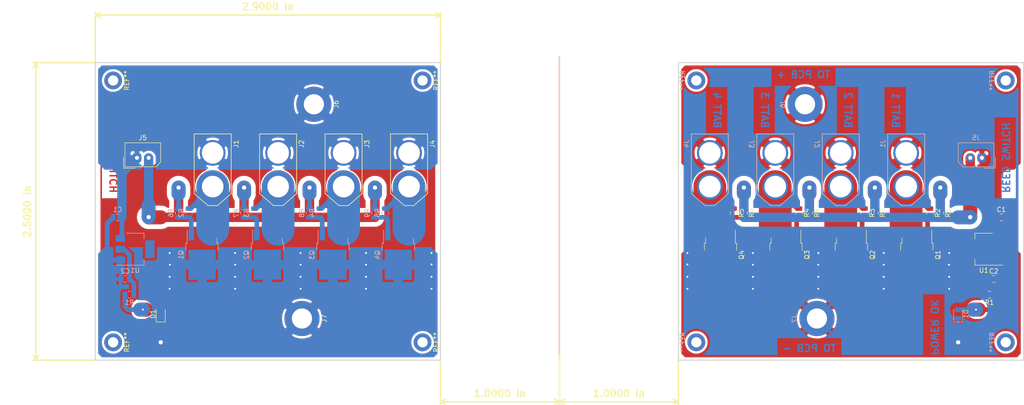
<source format=kicad_pcb>
(kicad_pcb (version 20171130) (host pcbnew "(5.0.2)-1")
  (layers (0 F.Cu signal) (31 B.Cu signal) (34 B.Paste user) (35 F.Paste user) (36 B.SilkS user) (37 F.SilkS user) (38 B.Mask user) (39 F.Mask user) (44 Edge.Cuts user))
  (net 0 "")
  (net 1 "Net-(C1-Pad2)")
  (net 2 "Net-(C1-Pad1)")
  (net 3 "Net-(C2-Pad1)")
  (net 4 "Net-(D1-Pad2)")
  (net 5 "Net-(J1-Pad2)")
  (net 6 "Net-(J2-Pad2)")
  (net 7 "Net-(J3-Pad2)")
  (net 8 "Net-(J4-Pad2)")
  (net 9 "Net-(J5-Pad2)")
  (net 10 "Net-(Q1-Pad1)")
  (net 11 "Net-(Q2-Pad1)")
  (net 12 "Net-(Q3-Pad1)")
  (net 13 "Net-(Q4-Pad1)")
  (module MountingHole:MountingHole_4.3mm_M4_DIN965_Pad (layer F.Cu) (at 97.44701 73.66 270)
    (fp_text reference J6 (at 0 -4.75 270) (layer F.SilkS))
    (fp_text value toPcb+)
    (pad 1 thru_hole circle (at 0 0 270) (size 7.5 7.5) (drill 4.3) (layers *.Cu *.Mask) (net 2 "Net-(C1-Pad1)"))
  )
  (module Resistor_SMD:R_0805_2012Metric (layer B.Cu) (at 84.74701 96.8525 270)
    (fp_text reference R3 (at 0 1.65 270) (layer B.SilkS) (effects (justify mirror)))
    (fp_text value 47k)
    (pad 1 smd roundrect (at -0.9375 0 270) (size 0.975 1.4) (layers B.Cu B.Paste B.Mask) (net 6 "Net-(J2-Pad2)"))
    (pad 2 smd roundrect (at 0.9375 0 270) (size 0.975 1.4) (layers B.Cu B.Paste B.Mask) (net 11 "Net-(Q2-Pad1)"))
  )
  (module Resistor_SMD:R_0805_2012Metric (layer B.Cu) (at 110.49 96.8525 270)
    (fp_text reference R9 (at 0 1.65 270) (layer B.SilkS) (effects (justify mirror)))
    (fp_text value 100)
    (pad 2 smd roundrect (at 0.9375 0 270) (size 0.975 1.4) (layers B.Cu B.Paste B.Mask) (net 13 "Net-(Q4-Pad1)"))
    (pad 1 smd roundrect (at -0.9375 0 270) (size 0.975 1.4) (layers B.Cu B.Paste B.Mask) (net 9 "Net-(J5-Pad2)"))
  )
  (module Resistor_SMD:R_0805_2012Metric (layer B.Cu) (at 112.68701 96.8525 270)
    (fp_text reference R5 (at 0 1.65 270) (layer B.SilkS) (effects (justify mirror)))
    (fp_text value 47k)
    (pad 1 smd roundrect (at -0.9375 0 270) (size 0.975 1.4) (layers B.Cu B.Paste B.Mask) (net 8 "Net-(J4-Pad2)"))
    (pad 2 smd roundrect (at 0.9375 0 270) (size 0.975 1.4) (layers B.Cu B.Paste B.Mask) (net 13 "Net-(Q4-Pad1)"))
  )
  (module Resistor_SMD:R_0805_2012Metric (layer B.Cu) (at 68.58 96.8525 270)
    (fp_text reference R6 (at 0 1.65 270) (layer B.SilkS) (effects (justify mirror)))
    (fp_text value 100)
    (pad 2 smd roundrect (at 0.9375 0 270) (size 0.975 1.4) (layers B.Cu B.Paste B.Mask) (net 10 "Net-(Q1-Pad1)"))
    (pad 1 smd roundrect (at -0.9375 0 270) (size 0.975 1.4) (layers B.Cu B.Paste B.Mask) (net 9 "Net-(J5-Pad2)"))
  )
  (module Resistor_SMD:R_0805_2012Metric (layer B.Cu) (at 98.71701 96.8525 270)
    (fp_text reference R4 (at 0 1.65 270) (layer B.SilkS) (effects (justify mirror)))
    (fp_text value 47k)
    (pad 1 smd roundrect (at -0.9375 0 270) (size 0.975 1.4) (layers B.Cu B.Paste B.Mask) (net 7 "Net-(J3-Pad2)"))
    (pad 2 smd roundrect (at 0.9375 0 270) (size 0.975 1.4) (layers B.Cu B.Paste B.Mask) (net 12 "Net-(Q3-Pad1)"))
  )
  (module Resistor_SMD:R_0805_2012Metric (layer B.Cu) (at 70.77701 96.8525 270)
    (fp_text reference R2 (at 0 1.65 270) (layer B.SilkS) (effects (justify mirror)))
    (fp_text value 47k)
    (pad 1 smd roundrect (at -0.9375 0 270) (size 0.975 1.4) (layers B.Cu B.Paste B.Mask) (net 5 "Net-(J1-Pad2)"))
    (pad 2 smd roundrect (at 0.9375 0 270) (size 0.975 1.4) (layers B.Cu B.Paste B.Mask) (net 10 "Net-(Q1-Pad1)"))
  )
  (module Resistor_SMD:R_0805_2012Metric (layer B.Cu) (at 58.0875 114.3)
    (fp_text reference R1 (at 0 1.65) (layer B.SilkS) (effects (justify mirror)))
    (fp_text value 400)
    (pad 2 smd roundrect (at 0.9375 0) (size 0.975 1.4) (layers B.Cu B.Paste B.Mask) (net 3 "Net-(C2-Pad1)"))
    (pad 1 smd roundrect (at -0.9375 0) (size 0.975 1.4) (layers B.Cu B.Paste B.Mask) (net 4 "Net-(D1-Pad2)"))
  )
  (module Resistor_SMD:R_0805_2012Metric (layer B.Cu) (at 82.55 96.8525 270)
    (fp_text reference R7 (at 0 1.65 270) (layer B.SilkS) (effects (justify mirror)))
    (fp_text value 100)
    (pad 2 smd roundrect (at 0.9375 0 270) (size 0.975 1.4) (layers B.Cu B.Paste B.Mask) (net 11 "Net-(Q2-Pad1)"))
    (pad 1 smd roundrect (at -0.9375 0 270) (size 0.975 1.4) (layers B.Cu B.Paste B.Mask) (net 9 "Net-(J5-Pad2)"))
  )
  (module Resistor_SMD:R_0805_2012Metric (layer B.Cu) (at 96.52 96.8525 270)
    (fp_text reference R8 (at 0 1.65 270) (layer B.SilkS) (effects (justify mirror)))
    (fp_text value 100)
    (pad 2 smd roundrect (at 0.9375 0 270) (size 0.975 1.4) (layers B.Cu B.Paste B.Mask) (net 12 "Net-(Q3-Pad1)"))
    (pad 1 smd roundrect (at -0.9375 0 270) (size 0.975 1.4) (layers B.Cu B.Paste B.Mask) (net 9 "Net-(J5-Pad2)"))
  )
  (module MountingHole:MountingHole_4.3mm_M4_DIN965_Pad (layer F.Cu) (at 94.90701 119.38 270)
    (fp_text reference J7 (at 0 -4.75 270) (layer F.SilkS))
    (fp_text value toPcb-)
    (pad 1 thru_hole circle (at 0 0 270) (size 7.5 7.5) (drill 4.3) (layers *.Cu *.Mask) (net 1 "Net-(C1-Pad2)"))
  )
  (module MountingHole:MountingHole_2.2mm_M2_DIN965_Pad (layer F.Cu) (at 120.65 68.58 270)
    (fp_text reference REF** (at 0 -2.9 270) (layer F.SilkS))
    (fp_text value mnt)
    (pad 1 thru_hole circle (at 0 0 270) (size 3.8 3.8) (drill 2.2) (layers *.Cu *.Mask))
  )
  (module Package_TO_SOT_SMD:SOT-223 (layer B.Cu) (at 59.291574 104.592456)
    (fp_text reference U1 (at 0 4.5) (layer B.SilkS) (effects (justify mirror)))
    (fp_text value LM1117-5.0)
    (pad 1 smd rect (at -3.15 2.3) (size 2 1.5) (layers B.Cu B.Paste B.Mask) (net 1 "Net-(C1-Pad2)"))
    (pad 3 smd rect (at -3.15 -2.3) (size 2 1.5) (layers B.Cu B.Paste B.Mask) (net 2 "Net-(C1-Pad1)"))
    (pad 2 smd rect (at -3.15 0) (size 2 1.5) (layers B.Cu B.Paste B.Mask) (net 3 "Net-(C2-Pad1)"))
    (pad 4 smd rect (at 3.15 0) (size 2 3.8) (layers B.Cu B.Paste B.Mask))
  )
  (module Package_TO_SOT_SMD:TO-252-2 (layer B.Cu) (at 115.48701 105.8 270)
    (fp_text reference Q4 (at 0 4.5 270) (layer B.SilkS) (effects (justify mirror)))
    (fp_text value batt4_sw)
    (pad 1 smd rect (at -4.2 2.28 270) (size 2.2 1.2) (layers B.Cu B.Paste B.Mask) (net 13 "Net-(Q4-Pad1)"))
    (pad 3 smd rect (at -4.2 -2.28 270) (size 2.2 1.2) (layers B.Cu B.Paste B.Mask) (net 8 "Net-(J4-Pad2)"))
    (pad 2 smd rect (at 2.1 0 270) (size 6.4 5.8) (layers B.Cu B.Mask) (net 1 "Net-(C1-Pad2)"))
  )
  (module MountingHole:MountingHole_2.2mm_M2_DIN965_Pad (layer F.Cu) (at 120.65 124.46 270)
    (fp_text reference REF** (at 0 -2.9 270) (layer F.SilkS))
    (fp_text value mnt)
    (pad 1 thru_hole circle (at 0 0 270) (size 3.8 3.8) (drill 2.2) (layers *.Cu *.Mask))
  )
  (module Package_TO_SOT_SMD:TO-252-2 (layer B.Cu) (at 87.54701 105.8 270)
    (fp_text reference Q2 (at 0 4.5 270) (layer B.SilkS) (effects (justify mirror)))
    (fp_text value batt2_sw)
    (pad 2 smd rect (at 2.1 0 270) (size 6.4 5.8) (layers B.Cu B.Mask) (net 1 "Net-(C1-Pad2)"))
    (pad 3 smd rect (at -4.2 -2.28 270) (size 2.2 1.2) (layers B.Cu B.Paste B.Mask) (net 6 "Net-(J2-Pad2)"))
    (pad 1 smd rect (at -4.2 2.28 270) (size 2.2 1.2) (layers B.Cu B.Paste B.Mask) (net 11 "Net-(Q2-Pad1)"))
  )
  (module power_connectors:XT60UPB-M (layer F.Cu) (at 89.82701 87.63 270)
    (fp_text reference J2 (at -5.5 -5 270) (layer F.SilkS))
    (fp_text value batt_2)
    (pad 2 thru_hole circle (at 3.6 0 270) (size 5.5 5.5) (drill 4.6) (layers *.Cu *.Mask) (net 6 "Net-(J2-Pad2)"))
    (pad 1 thru_hole circle (at -3.6 0 270) (size 5.5 5.5) (drill 4.6) (layers *.Cu *.Mask) (net 2 "Net-(C1-Pad1)"))
  )
  (module MountingHole:MountingHole_2.2mm_M2_DIN965_Pad (layer F.Cu) (at 54.61 124.46 270)
    (fp_text reference REF** (at 0 -2.9 270) (layer F.SilkS))
    (fp_text value mnt)
    (pad 1 thru_hole circle (at 0 0 270) (size 3.8 3.8) (drill 2.2) (layers *.Cu *.Mask))
  )
  (module MountingHole:MountingHole_2.2mm_M2_DIN965_Pad (layer F.Cu) (at 54.61 68.58 270)
    (fp_text reference REF** (at 0 -2.9 270) (layer F.SilkS))
    (fp_text value mnt)
    (pad 1 thru_hole circle (at 0 0 270) (size 3.8 3.8) (drill 2.2) (layers *.Cu *.Mask))
  )
  (module power_connectors:XT60UPB-M (layer F.Cu) (at 75.85701 87.63 270)
    (fp_text reference J1 (at -5.5 -5 270) (layer F.SilkS))
    (fp_text value batt_1)
    (pad 1 thru_hole circle (at -3.6 0 270) (size 5.5 5.5) (drill 4.6) (layers *.Cu *.Mask) (net 2 "Net-(C1-Pad1)"))
    (pad 2 thru_hole circle (at 3.6 0 270) (size 5.5 5.5) (drill 4.6) (layers *.Cu *.Mask) (net 5 "Net-(J1-Pad2)"))
  )
  (module power_connectors:XT60UPB-M (layer F.Cu) (at 103.79701 87.63 270)
    (fp_text reference J3 (at -5.5 -5 270) (layer F.SilkS))
    (fp_text value batt_3)
    (pad 2 thru_hole circle (at 3.6 0 270) (size 5.5 5.5) (drill 4.6) (layers *.Cu *.Mask) (net 7 "Net-(J3-Pad2)"))
    (pad 1 thru_hole circle (at -3.6 0 270) (size 5.5 5.5) (drill 4.6) (layers *.Cu *.Mask) (net 2 "Net-(C1-Pad1)"))
  )
  (module Connector_Molex:Molex_SPOX_5267-02A_1x02_P2.50mm_Vertical (layer F.Cu) (at 59.69 85.09)
    (fp_text reference J5 (at 1.25 -4.3) (layer F.SilkS))
    (fp_text value reed_switch)
    (pad 2 thru_hole oval (at 2.5 0) (size 1.7 1.85) (drill 0.85) (layers *.Cu *.Mask) (net 9 "Net-(J5-Pad2)"))
    (pad 1 thru_hole roundrect (at 0 0) (size 1.7 1.85) (drill 0.85) (layers *.Cu *.Mask) (roundrect_rratio 0.147059) (net 2 "Net-(C1-Pad1)"))
  )
  (module Package_TO_SOT_SMD:TO-252-2 (layer B.Cu) (at 101.51701 105.8 270)
    (fp_text reference Q3 (at 0 4.5 270) (layer B.SilkS) (effects (justify mirror)))
    (fp_text value batt3_sw)
    (pad 1 smd rect (at -4.2 2.28 270) (size 2.2 1.2) (layers B.Cu B.Paste B.Mask) (net 12 "Net-(Q3-Pad1)"))
    (pad 3 smd rect (at -4.2 -2.28 270) (size 2.2 1.2) (layers B.Cu B.Paste B.Mask) (net 7 "Net-(J3-Pad2)"))
    (pad 2 smd rect (at 2.1 0 270) (size 6.4 5.8) (layers B.Cu B.Mask) (net 1 "Net-(C1-Pad2)"))
  )
  (module Package_TO_SOT_SMD:TO-252-2 (layer B.Cu) (at 73.57701 105.8 270)
    (fp_text reference Q1 (at 0 4.5 270) (layer B.SilkS) (effects (justify mirror)))
    (fp_text value batt1_sw)
    (pad 2 smd rect (at 2.1 0 270) (size 6.4 5.8) (layers B.Cu B.Mask) (net 1 "Net-(C1-Pad2)"))
    (pad 3 smd rect (at -4.2 -2.28 270) (size 2.2 1.2) (layers B.Cu B.Paste B.Mask) (net 5 "Net-(J1-Pad2)"))
    (pad 1 smd rect (at -4.2 2.28 270) (size 2.2 1.2) (layers B.Cu B.Paste B.Mask) (net 10 "Net-(Q1-Pad1)"))
  )
  (module power_connectors:XT60UPB-M (layer F.Cu) (at 117.76701 87.63 270)
    (fp_text reference J4 (at -5.5 -5 270) (layer F.SilkS))
    (fp_text value batt_4)
    (pad 1 thru_hole circle (at -3.6 0 270) (size 5.5 5.5) (drill 4.6) (layers *.Cu *.Mask) (net 2 "Net-(C1-Pad1)"))
    (pad 2 thru_hole circle (at 3.6 0 270) (size 5.5 5.5) (drill 4.6) (layers *.Cu *.Mask) (net 8 "Net-(J4-Pad2)"))
  )
  (module LED_SMD:LED_0805_2012Metric (layer F.Cu) (at 64.77 118.4425 90)
    (fp_text reference D1 (at 0 -1.65 90) (layer F.SilkS))
    (fp_text value power_ok)
    (pad 2 smd roundrect (at 0.9375 0 90) (size 0.975 1.4) (layers F.Cu F.Paste F.Mask) (net 4 "Net-(D1-Pad2)"))
    (pad 1 smd roundrect (at -0.9375 0 90) (size 0.975 1.4) (layers F.Cu F.Paste F.Mask) (net 1 "Net-(C1-Pad2)"))
  )
  (module Capacitor_SMD:C_0805_2012Metric (layer B.Cu) (at 57.16049 110.942456 180)
    (fp_text reference C2 (at 0 1.65 180) (layer B.SilkS) (effects (justify mirror)))
    (fp_text value C)
    (pad 2 smd roundrect (at 0.9375 0 180) (size 0.975 1.4) (layers B.Cu B.Paste B.Mask) (net 1 "Net-(C1-Pad2)"))
    (pad 1 smd roundrect (at -0.9375 0 180) (size 0.975 1.4) (layers B.Cu B.Paste B.Mask) (net 3 "Net-(C2-Pad1)"))
  )
  (module Capacitor_SMD:C_0805_2012Metric (layer B.Cu) (at 55.5475 97.79 180)
    (fp_text reference C1 (at 0 1.65 180) (layer B.SilkS) (effects (justify mirror)))
    (fp_text value C)
    (pad 1 smd roundrect (at -0.9375 0 180) (size 0.975 1.4) (layers B.Cu B.Paste B.Mask) (net 2 "Net-(C1-Pad1)"))
    (pad 2 smd roundrect (at 0.9375 0 180) (size 0.975 1.4) (layers B.Cu B.Paste B.Mask) (net 1 "Net-(C1-Pad2)"))
  )
  (module MountingHole:MountingHole_2.2mm_M2_DIN965_Pad (layer B.Cu) (at 245.11 68.58 270)
    (fp_text reference REF** (at 0 2.9 270) (layer B.SilkS) (effects (justify mirror)))
    (fp_text value mnt)
    (pad 1 thru_hole circle (at 0 0 270) (size 3.8 3.8) (drill 2.2) (layers *.Cu *.Mask))
  )
  (module MountingHole:MountingHole_2.2mm_M2_DIN965_Pad (layer B.Cu) (at 245.11 124.46 270)
    (fp_text reference REF** (at 0 2.9 270) (layer B.SilkS) (effects (justify mirror)))
    (fp_text value mnt)
    (pad 1 thru_hole circle (at 0 0 270) (size 3.8 3.8) (drill 2.2) (layers *.Cu *.Mask))
  )
  (module MountingHole:MountingHole_2.2mm_M2_DIN965_Pad (layer B.Cu) (at 179.07 124.46 270)
    (fp_text reference REF** (at 0 2.9 270) (layer B.SilkS) (effects (justify mirror)))
    (fp_text value mnt)
    (pad 1 thru_hole circle (at 0 0 270) (size 3.8 3.8) (drill 2.2) (layers *.Cu *.Mask))
  )
  (module Capacitor_SMD:C_0805_2012Metric (layer F.Cu) (at 244.1725 97.79)
    (fp_text reference C1 (at 0 -1.65) (layer F.SilkS))
    (fp_text value C)
    (pad 2 smd roundrect (at 0.9375 0) (size 0.975 1.4) (layers F.Cu F.Paste F.Mask) (net 1 "Net-(C1-Pad2)"))
    (pad 1 smd roundrect (at -0.9375 0) (size 0.975 1.4) (layers F.Cu F.Paste F.Mask) (net 2 "Net-(C1-Pad1)"))
  )
  (module Capacitor_SMD:C_0805_2012Metric (layer F.Cu) (at 242.55951 110.942456)
    (fp_text reference C2 (at 0 -1.65) (layer F.SilkS))
    (fp_text value C)
    (pad 1 smd roundrect (at -0.9375 0) (size 0.975 1.4) (layers F.Cu F.Paste F.Mask) (net 3 "Net-(C2-Pad1)"))
    (pad 2 smd roundrect (at 0.9375 0) (size 0.975 1.4) (layers F.Cu F.Paste F.Mask) (net 1 "Net-(C1-Pad2)"))
  )
  (module LED_SMD:LED_0805_2012Metric (layer B.Cu) (at 234.95 118.4425 90)
    (fp_text reference D1 (at 0 1.65 90) (layer B.SilkS) (effects (justify mirror)))
    (fp_text value power_ok)
    (pad 1 smd roundrect (at -0.9375 0 90) (size 0.975 1.4) (layers B.Cu B.Paste B.Mask) (net 1 "Net-(C1-Pad2)"))
    (pad 2 smd roundrect (at 0.9375 0 90) (size 0.975 1.4) (layers B.Cu B.Paste B.Mask) (net 4 "Net-(D1-Pad2)"))
  )
  (module power_connectors:XT60UPB-M (layer B.Cu) (at 223.86299 87.63 270)
    (fp_text reference J1 (at -5.5 5 270) (layer B.SilkS) (effects (justify mirror)))
    (fp_text value batt_1)
    (pad 2 thru_hole circle (at 3.6 0 270) (size 5.5 5.5) (drill 4.6) (layers *.Cu *.Mask) (net 5 "Net-(J1-Pad2)"))
    (pad 1 thru_hole circle (at -3.6 0 270) (size 5.5 5.5) (drill 4.6) (layers *.Cu *.Mask) (net 2 "Net-(C1-Pad1)"))
  )
  (module power_connectors:XT60UPB-M (layer B.Cu) (at 209.89299 87.63 270)
    (fp_text reference J2 (at -5.5 5 270) (layer B.SilkS) (effects (justify mirror)))
    (fp_text value batt_2)
    (pad 1 thru_hole circle (at -3.6 0 270) (size 5.5 5.5) (drill 4.6) (layers *.Cu *.Mask) (net 2 "Net-(C1-Pad1)"))
    (pad 2 thru_hole circle (at 3.6 0 270) (size 5.5 5.5) (drill 4.6) (layers *.Cu *.Mask) (net 6 "Net-(J2-Pad2)"))
  )
  (module power_connectors:XT60UPB-M (layer B.Cu) (at 195.92299 87.63 270)
    (fp_text reference J3 (at -5.5 5 270) (layer B.SilkS) (effects (justify mirror)))
    (fp_text value batt_3)
    (pad 1 thru_hole circle (at -3.6 0 270) (size 5.5 5.5) (drill 4.6) (layers *.Cu *.Mask) (net 2 "Net-(C1-Pad1)"))
    (pad 2 thru_hole circle (at 3.6 0 270) (size 5.5 5.5) (drill 4.6) (layers *.Cu *.Mask) (net 7 "Net-(J3-Pad2)"))
  )
  (module power_connectors:XT60UPB-M (layer B.Cu) (at 181.95299 87.63 270)
    (fp_text reference J4 (at -5.5 5 270) (layer B.SilkS) (effects (justify mirror)))
    (fp_text value batt_4)
    (pad 2 thru_hole circle (at 3.6 0 270) (size 5.5 5.5) (drill 4.6) (layers *.Cu *.Mask) (net 8 "Net-(J4-Pad2)"))
    (pad 1 thru_hole circle (at -3.6 0 270) (size 5.5 5.5) (drill 4.6) (layers *.Cu *.Mask) (net 2 "Net-(C1-Pad1)"))
  )
  (module Connector_Molex:Molex_SPOX_5267-02A_1x02_P2.50mm_Vertical (layer B.Cu) (at 240.03 85.09 180)
    (fp_text reference J5 (at 1.25 4.3 180) (layer B.SilkS) (effects (justify mirror)))
    (fp_text value reed_switch)
    (pad 1 thru_hole roundrect (at 0 0 180) (size 1.7 1.85) (drill 0.85) (layers *.Cu *.Mask) (roundrect_rratio 0.147059) (net 2 "Net-(C1-Pad1)"))
    (pad 2 thru_hole oval (at 2.5 0 180) (size 1.7 1.85) (drill 0.85) (layers *.Cu *.Mask) (net 9 "Net-(J5-Pad2)"))
  )
  (module Package_TO_SOT_SMD:TO-252-2 (layer F.Cu) (at 226.14299 105.8 270)
    (fp_text reference Q1 (at 0 -4.5 270) (layer F.SilkS))
    (fp_text value batt1_sw)
    (pad 1 smd rect (at -4.2 -2.28 270) (size 2.2 1.2) (layers F.Cu F.Paste F.Mask) (net 10 "Net-(Q1-Pad1)"))
    (pad 3 smd rect (at -4.2 2.28 270) (size 2.2 1.2) (layers F.Cu F.Paste F.Mask) (net 5 "Net-(J1-Pad2)"))
    (pad 2 smd rect (at 2.1 0 270) (size 6.4 5.8) (layers F.Cu F.Mask) (net 1 "Net-(C1-Pad2)"))
  )
  (module Package_TO_SOT_SMD:TO-252-2 (layer F.Cu) (at 212.17299 105.8 270)
    (fp_text reference Q2 (at 0 -4.5 270) (layer F.SilkS))
    (fp_text value batt2_sw)
    (pad 1 smd rect (at -4.2 -2.28 270) (size 2.2 1.2) (layers F.Cu F.Paste F.Mask) (net 11 "Net-(Q2-Pad1)"))
    (pad 3 smd rect (at -4.2 2.28 270) (size 2.2 1.2) (layers F.Cu F.Paste F.Mask) (net 6 "Net-(J2-Pad2)"))
    (pad 2 smd rect (at 2.1 0 270) (size 6.4 5.8) (layers F.Cu F.Mask) (net 1 "Net-(C1-Pad2)"))
  )
  (module Package_TO_SOT_SMD:TO-252-2 (layer F.Cu) (at 198.20299 105.8 270)
    (fp_text reference Q3 (at 0 -4.5 270) (layer F.SilkS))
    (fp_text value batt3_sw)
    (pad 2 smd rect (at 2.1 0 270) (size 6.4 5.8) (layers F.Cu F.Mask) (net 1 "Net-(C1-Pad2)"))
    (pad 3 smd rect (at -4.2 2.28 270) (size 2.2 1.2) (layers F.Cu F.Paste F.Mask) (net 7 "Net-(J3-Pad2)"))
    (pad 1 smd rect (at -4.2 -2.28 270) (size 2.2 1.2) (layers F.Cu F.Paste F.Mask) (net 12 "Net-(Q3-Pad1)"))
  )
  (module Package_TO_SOT_SMD:TO-252-2 (layer F.Cu) (at 184.23299 105.8 270)
    (fp_text reference Q4 (at 0 -4.5 270) (layer F.SilkS))
    (fp_text value batt4_sw)
    (pad 2 smd rect (at 2.1 0 270) (size 6.4 5.8) (layers F.Cu F.Mask) (net 1 "Net-(C1-Pad2)"))
    (pad 3 smd rect (at -4.2 2.28 270) (size 2.2 1.2) (layers F.Cu F.Paste F.Mask) (net 8 "Net-(J4-Pad2)"))
    (pad 1 smd rect (at -4.2 -2.28 270) (size 2.2 1.2) (layers F.Cu F.Paste F.Mask) (net 13 "Net-(Q4-Pad1)"))
  )
  (module Resistor_SMD:R_0805_2012Metric (layer F.Cu) (at 241.6325 114.3 180)
    (fp_text reference R1 (at 0 -1.65 180) (layer F.SilkS))
    (fp_text value 400)
    (pad 1 smd roundrect (at -0.9375 0 180) (size 0.975 1.4) (layers F.Cu F.Paste F.Mask) (net 4 "Net-(D1-Pad2)"))
    (pad 2 smd roundrect (at 0.9375 0 180) (size 0.975 1.4) (layers F.Cu F.Paste F.Mask) (net 3 "Net-(C2-Pad1)"))
  )
  (module Resistor_SMD:R_0805_2012Metric (layer F.Cu) (at 228.94299 96.8525 270)
    (fp_text reference R2 (at 0 -1.65 270) (layer F.SilkS))
    (fp_text value 47k)
    (pad 2 smd roundrect (at 0.9375 0 270) (size 0.975 1.4) (layers F.Cu F.Paste F.Mask) (net 10 "Net-(Q1-Pad1)"))
    (pad 1 smd roundrect (at -0.9375 0 270) (size 0.975 1.4) (layers F.Cu F.Paste F.Mask) (net 5 "Net-(J1-Pad2)"))
  )
  (module Resistor_SMD:R_0805_2012Metric (layer F.Cu) (at 214.97299 96.8525 270)
    (fp_text reference R3 (at 0 -1.65 270) (layer F.SilkS))
    (fp_text value 47k)
    (pad 2 smd roundrect (at 0.9375 0 270) (size 0.975 1.4) (layers F.Cu F.Paste F.Mask) (net 11 "Net-(Q2-Pad1)"))
    (pad 1 smd roundrect (at -0.9375 0 270) (size 0.975 1.4) (layers F.Cu F.Paste F.Mask) (net 6 "Net-(J2-Pad2)"))
  )
  (module Resistor_SMD:R_0805_2012Metric (layer F.Cu) (at 201.00299 96.8525 270)
    (fp_text reference R4 (at 0 -1.65 270) (layer F.SilkS))
    (fp_text value 47k)
    (pad 2 smd roundrect (at 0.9375 0 270) (size 0.975 1.4) (layers F.Cu F.Paste F.Mask) (net 12 "Net-(Q3-Pad1)"))
    (pad 1 smd roundrect (at -0.9375 0 270) (size 0.975 1.4) (layers F.Cu F.Paste F.Mask) (net 7 "Net-(J3-Pad2)"))
  )
  (module Resistor_SMD:R_0805_2012Metric (layer F.Cu) (at 187.03299 96.8525 270)
    (fp_text reference R5 (at 0 -1.65 270) (layer F.SilkS))
    (fp_text value 47k)
    (pad 2 smd roundrect (at 0.9375 0 270) (size 0.975 1.4) (layers F.Cu F.Paste F.Mask) (net 13 "Net-(Q4-Pad1)"))
    (pad 1 smd roundrect (at -0.9375 0 270) (size 0.975 1.4) (layers F.Cu F.Paste F.Mask) (net 8 "Net-(J4-Pad2)"))
  )
  (module Resistor_SMD:R_0805_2012Metric (layer F.Cu) (at 231.14 96.8525 270)
    (fp_text reference R6 (at 0 -1.65 270) (layer F.SilkS))
    (fp_text value 100)
    (pad 1 smd roundrect (at -0.9375 0 270) (size 0.975 1.4) (layers F.Cu F.Paste F.Mask) (net 9 "Net-(J5-Pad2)"))
    (pad 2 smd roundrect (at 0.9375 0 270) (size 0.975 1.4) (layers F.Cu F.Paste F.Mask) (net 10 "Net-(Q1-Pad1)"))
  )
  (module Resistor_SMD:R_0805_2012Metric (layer F.Cu) (at 217.17 96.8525 270)
    (fp_text reference R7 (at 0 -1.65 270) (layer F.SilkS))
    (fp_text value 100)
    (pad 1 smd roundrect (at -0.9375 0 270) (size 0.975 1.4) (layers F.Cu F.Paste F.Mask) (net 9 "Net-(J5-Pad2)"))
    (pad 2 smd roundrect (at 0.9375 0 270) (size 0.975 1.4) (layers F.Cu F.Paste F.Mask) (net 11 "Net-(Q2-Pad1)"))
  )
  (module Resistor_SMD:R_0805_2012Metric (layer F.Cu) (at 203.2 96.8525 270)
    (fp_text reference R8 (at 0 -1.65 270) (layer F.SilkS))
    (fp_text value 100)
    (pad 1 smd roundrect (at -0.9375 0 270) (size 0.975 1.4) (layers F.Cu F.Paste F.Mask) (net 9 "Net-(J5-Pad2)"))
    (pad 2 smd roundrect (at 0.9375 0 270) (size 0.975 1.4) (layers F.Cu F.Paste F.Mask) (net 12 "Net-(Q3-Pad1)"))
  )
  (module Resistor_SMD:R_0805_2012Metric (layer F.Cu) (at 189.23 96.8525 270)
    (fp_text reference R9 (at 0 -1.65 270) (layer F.SilkS))
    (fp_text value 100)
    (pad 1 smd roundrect (at -0.9375 0 270) (size 0.975 1.4) (layers F.Cu F.Paste F.Mask) (net 9 "Net-(J5-Pad2)"))
    (pad 2 smd roundrect (at 0.9375 0 270) (size 0.975 1.4) (layers F.Cu F.Paste F.Mask) (net 13 "Net-(Q4-Pad1)"))
  )
  (module MountingHole:MountingHole_4.3mm_M4_DIN965_Pad (layer B.Cu) (at 202.27299 73.66 270)
    (fp_text reference J6 (at 0 4.75 270) (layer B.SilkS) (effects (justify mirror)))
    (fp_text value toPcb+)
    (pad 1 thru_hole circle (at 0 0 270) (size 7.5 7.5) (drill 4.3) (layers *.Cu *.Mask) (net 2 "Net-(C1-Pad1)"))
  )
  (module MountingHole:MountingHole_4.3mm_M4_DIN965_Pad (layer B.Cu) (at 204.81299 119.38 270)
    (fp_text reference J7 (at 0 4.75 270) (layer B.SilkS) (effects (justify mirror)))
    (fp_text value toPcb-)
    (pad 1 thru_hole circle (at 0 0 270) (size 7.5 7.5) (drill 4.3) (layers *.Cu *.Mask) (net 1 "Net-(C1-Pad2)"))
  )
  (module Package_TO_SOT_SMD:SOT-223 (layer F.Cu) (at 240.428426 104.592456 180)
    (fp_text reference U1 (at 0 -4.5 180) (layer F.SilkS))
    (fp_text value LM1117-5.0)
    (pad 4 smd rect (at 3.15 0 180) (size 2 3.8) (layers F.Cu F.Paste F.Mask))
    (pad 2 smd rect (at -3.15 0 180) (size 2 1.5) (layers F.Cu F.Paste F.Mask) (net 3 "Net-(C2-Pad1)"))
    (pad 3 smd rect (at -3.15 2.3 180) (size 2 1.5) (layers F.Cu F.Paste F.Mask) (net 2 "Net-(C1-Pad1)"))
    (pad 1 smd rect (at -3.15 -2.3 180) (size 2 1.5) (layers F.Cu F.Paste F.Mask) (net 1 "Net-(C1-Pad2)"))
  )
  (module MountingHole:MountingHole_2.2mm_M2_DIN965_Pad (layer B.Cu) (at 179.07 68.58 270)
    (fp_text reference REF** (at 0 2.9 270) (layer B.SilkS) (effects (justify mirror)))
    (fp_text value mnt)
    (pad 1 thru_hole circle (at 0 0 270) (size 3.8 3.8) (drill 2.2) (layers *.Cu *.Mask))
  )
  (gr_line (start 149.86 63.5) (end 149.86 127) (layer F.SilkS) (width 0.2))
  (dimension 25.4 (width 0.3) (layer F.SilkS) (gr_text "25,400 mm" (at 162.56 139.26) (layer F.SilkS) (effects (font (size 1.5 1.5) (thickness 0.3)))) (feature1 (pts (xy 175.26 127) (xy 175.26 137.746421))) (feature2 (pts (xy 149.86 127) (xy 149.86 137.746421))) (crossbar (pts (xy 149.86 137.16) (xy 175.26 137.16))) (arrow1a (pts (xy 175.26 137.16) (xy 174.133496 137.746421))) (arrow1b (pts (xy 175.26 137.16) (xy 174.133496 136.573579))) (arrow2a (pts (xy 149.86 137.16) (xy 150.986504 137.746421))) (arrow2b (pts (xy 149.86 137.16) (xy 150.986504 136.573579))))
  (dimension 25.4 (width 0.3) (layer F.SilkS) (gr_text "25,400 mm" (at 137.16 139.26) (layer F.SilkS) (effects (font (size 1.5 1.5) (thickness 0.3)))) (feature1 (pts (xy 149.86 128.27) (xy 149.86 137.746421))) (feature2 (pts (xy 124.46 128.27) (xy 124.46 137.746421))) (crossbar (pts (xy 124.46 137.16) (xy 149.86 137.16))) (arrow1a (pts (xy 149.86 137.16) (xy 148.733496 137.746421))) (arrow1b (pts (xy 149.86 137.16) (xy 148.733496 136.573579))) (arrow2a (pts (xy 124.46 137.16) (xy 125.586504 137.746421))) (arrow2b (pts (xy 124.46 137.16) (xy 125.586504 136.573579))))
  (dimension 63.5 (width 0.3) (layer F.SilkS) (gr_text "63,500 mm" (at 36 96.52 270) (layer F.SilkS) (effects (font (size 1.5 1.5) (thickness 0.3)))) (feature1 (pts (xy 50.8 128.27) (xy 37.513579 128.27))) (feature2 (pts (xy 50.8 64.77) (xy 37.513579 64.77))) (crossbar (pts (xy 38.1 64.77) (xy 38.1 128.27))) (arrow1a (pts (xy 38.1 128.27) (xy 37.513579 127.143496))) (arrow1b (pts (xy 38.1 128.27) (xy 38.686421 127.143496))) (arrow2a (pts (xy 38.1 64.77) (xy 37.513579 65.896504))) (arrow2b (pts (xy 38.1 64.77) (xy 38.686421 65.896504))))
  (dimension 73.66 (width 0.3) (layer F.SilkS) (gr_text "73,660 mm" (at 87.63 52.51) (layer F.SilkS) (effects (font (size 1.5 1.5) (thickness 0.3)))) (feature1 (pts (xy 50.8 64.77) (xy 50.8 54.023579))) (feature2 (pts (xy 124.46 64.77) (xy 124.46 54.023579))) (crossbar (pts (xy 124.46 54.61) (xy 50.8 54.61))) (arrow1a (pts (xy 50.8 54.61) (xy 51.926504 54.023579))) (arrow1b (pts (xy 50.8 54.61) (xy 51.926504 55.196421))) (arrow2a (pts (xy 124.46 54.61) (xy 123.333496 54.023579))) (arrow2b (pts (xy 124.46 54.61) (xy 123.333496 55.196421))))
  (gr_line (start 50.8 128.27) (end 50.8 64.77) (layer Edge.Cuts) (width 0.2))
  (gr_line (start 124.46 128.27) (end 50.8 128.27) (layer Edge.Cuts) (width 0.2))
  (gr_line (start 50.8 64.77) (end 124.46 64.77) (layer Edge.Cuts) (width 0.2))
  (gr_text "TO PCB +" (at 97.79 67.31) (layer F.Cu) (effects (font (size 1.5 1.5) (thickness 0.3))))
  (gr_text "BATT 3" (at 106.045 74.93 270) (layer F.Cu) (effects (font (size 1.5 1.5) (thickness 0.3))))
  (gr_text "POWER OK" (at 69.85 121.285 270) (layer F.Cu) (effects (font (size 1.5 1.5) (thickness 0.3))))
  (gr_text "BATT 4" (at 116.205 74.93 270) (layer F.Cu) (effects (font (size 1.5 1.5) (thickness 0.3))))
  (gr_text "BATT 2" (at 88.265 74.93 270) (layer F.Cu) (effects (font (size 1.5 1.5) (thickness 0.3))))
  (gr_text "TO PCB -" (at 96.52 125.73) (layer F.Cu) (effects (font (size 1.5 1.5) (thickness 0.3))))
  (gr_text "REED SWITCH" (at 54.61 85.09 270) (layer F.Cu) (effects (font (size 1.5 1.5) (thickness 0.3))))
  (gr_text "BATT 1" (at 78.105 74.93 270) (layer F.Cu) (effects (font (size 1.5 1.5) (thickness 0.3))))
  (gr_line (start 124.46 64.77) (end 124.46 128.27) (layer Edge.Cuts) (width 0.2))
  (gr_text "TO PCB +" (at 201.93 67.31) (layer B.Cu) (effects (font (size 1.5 1.5) (thickness 0.3)) (justify mirror)))
  (gr_text "TO PCB -" (at 203.2 125.73) (layer B.Cu) (effects (font (size 1.5 1.5) (thickness 0.3)) (justify mirror)))
  (gr_text "BATT 1" (at 221.615 74.93 270) (layer B.Cu) (effects (font (size 1.5 1.5) (thickness 0.3)) (justify mirror)))
  (gr_text "BATT 2" (at 211.455 74.93 270) (layer B.Cu) (effects (font (size 1.5 1.5) (thickness 0.3)) (justify mirror)))
  (gr_text "BATT 3" (at 193.675 74.93 270) (layer B.Cu) (effects (font (size 1.5 1.5) (thickness 0.3)) (justify mirror)))
  (gr_text "BATT 4" (at 183.515 74.93 270) (layer B.Cu) (effects (font (size 1.5 1.5) (thickness 0.3)) (justify mirror)))
  (gr_text "REED SWITCH" (at 245.11 85.09 270) (layer B.Cu) (effects (font (size 1.5 1.5) (thickness 0.3)) (justify mirror)))
  (gr_text "POWER OK" (at 229.87 121.285 270) (layer B.Cu) (effects (font (size 1.5 1.5) (thickness 0.3)) (justify mirror)))
  (gr_line (start 175.26 64.77) (end 175.26 128.27) (layer Edge.Cuts) (width 0.2))
  (gr_line (start 248.92 64.77) (end 175.26 64.77) (layer Edge.Cuts) (width 0.2))
  (gr_line (start 248.92 128.27) (end 248.92 64.77) (layer Edge.Cuts) (width 0.2))
  (gr_line (start 175.26 128.27) (end 248.92 128.27) (layer Edge.Cuts) (width 0.2))
  (segment (start 149.86 63.5) (end 149.86 129.54) (width 0.25) (layer F.Cu) (net 0))
  (segment (start 243.573426 106.897456) (end 243.578426 106.892456) (width 1) (layer F.Cu) (net 1))
  (segment (start 245.11 97.79) (end 246.38 99.06) (width 1) (layer F.Cu) (net 1))
  (via (at 234.95 124.46) (size 1) (drill 0.9) (layers F.Cu B.Cu) (net 1))
  (segment (start 246.38 99.06) (end 246.38 106.045) (width 1) (layer F.Cu) (net 1))
  (segment (start 219.075 105.41) (end 219.075 107.9) (width 1) (layer F.Cu) (net 1))
  (segment (start 205.105 107.9) (end 205.105 105.41) (width 1) (layer F.Cu) (net 1))
  (segment (start 205.105 107.9) (end 219.075 107.9) (width 1) (layer F.Cu) (net 1))
  (segment (start 191.135 107.9) (end 191.135 105.41) (width 1) (layer F.Cu) (net 1))
  (segment (start 191.135 107.9) (end 205.105 107.9) (width 1) (layer F.Cu) (net 1))
  (segment (start 189.23 107.9) (end 177.85 107.9) (width 1) (layer F.Cu) (net 1))
  (segment (start 184.23299 107.9) (end 189.23 107.9) (width 1) (layer F.Cu) (net 1))
  (segment (start 189.23 107.9) (end 191.135 107.9) (width 1) (layer F.Cu) (net 1))
  (segment (start 177.85 107.9) (end 177.215 107.9) (width 1) (layer F.Cu) (net 1))
  (segment (start 177.215 107.9) (end 177.165 107.85) (width 1) (layer F.Cu) (net 1))
  (segment (start 177.165 107.85) (end 177.165 105.41) (width 1) (layer F.Cu) (net 1))
  (segment (start 233.045 107.315) (end 233.045 105.41) (width 1) (layer F.Cu) (net 1))
  (segment (start 233.045 107.85) (end 233.045 107.315) (width 1) (layer F.Cu) (net 1))
  (segment (start 219.075 107.9) (end 232.995 107.9) (width 1) (layer F.Cu) (net 1))
  (segment (start 232.995 107.9) (end 233.045 107.85) (width 1) (layer F.Cu) (net 1))
  (via (at 233.045 105.41) (size 0.8) (drill 0.4) (layers F.Cu B.Cu) (net 1))
  (via (at 232.995 107.9) (size 0.8) (drill 0.4) (layers F.Cu B.Cu) (net 1))
  (segment (start 233.045 107.95) (end 232.995 107.9) (width 1) (layer F.Cu) (net 1))
  (segment (start 233.045 105.41) (end 233.045 107.95) (width 1) (layer F.Cu) (net 1))
  (via (at 233.045 110.49) (size 0.8) (drill 0.4) (layers F.Cu B.Cu) (net 1))
  (segment (start 233.045 107.95) (end 233.045 110.49) (width 1) (layer F.Cu) (net 1))
  (segment (start 233.045 110.49) (end 233.045 113.03) (width 1) (layer F.Cu) (net 1))
  (via (at 233.045 113.03) (size 0.8) (drill 0.4) (layers F.Cu B.Cu) (net 1))
  (via (at 219.075 113.03) (size 0.8) (drill 0.4) (layers F.Cu B.Cu) (net 1))
  (via (at 219.075 110.49) (size 0.8) (drill 0.4) (layers F.Cu B.Cu) (net 1))
  (segment (start 219.075 107.9) (end 219.075 110.49) (width 1) (layer F.Cu) (net 1))
  (segment (start 219.075 110.49) (end 219.075 113.03) (width 1) (layer F.Cu) (net 1))
  (via (at 219.075 107.9) (size 0.8) (drill 0.4) (layers F.Cu B.Cu) (net 1))
  (via (at 219.075 105.41) (size 0.8) (drill 0.4) (layers F.Cu B.Cu) (net 1))
  (via (at 205.105 105.41) (size 0.8) (drill 0.4) (layers F.Cu B.Cu) (net 1))
  (via (at 205.105 107.9) (size 0.8) (drill 0.4) (layers F.Cu B.Cu) (net 1))
  (via (at 205.105 110.49) (size 0.8) (drill 0.4) (layers F.Cu B.Cu) (net 1))
  (segment (start 205.105 105.41) (end 205.105 110.49) (width 1) (layer F.Cu) (net 1))
  (segment (start 205.105 110.49) (end 205.105 113.03) (width 1) (layer F.Cu) (net 1))
  (via (at 205.105 113.03) (size 0.8) (drill 0.4) (layers F.Cu B.Cu) (net 1))
  (via (at 191.135 113.03) (size 0.8) (drill 0.4) (layers F.Cu B.Cu) (net 1))
  (via (at 191.135 110.49) (size 0.8) (drill 0.4) (layers F.Cu B.Cu) (net 1))
  (segment (start 191.135 105.41) (end 191.135 110.49) (width 1) (layer F.Cu) (net 1))
  (segment (start 191.135 110.49) (end 191.135 113.03) (width 1) (layer F.Cu) (net 1))
  (via (at 191.135 107.9) (size 0.8) (drill 0.4) (layers F.Cu B.Cu) (net 1))
  (via (at 191.135 105.41) (size 0.8) (drill 0.4) (layers F.Cu B.Cu) (net 1))
  (via (at 177.165 105.41) (size 0.8) (drill 0.4) (layers F.Cu B.Cu) (net 1))
  (via (at 177.165 107.85) (size 0.8) (drill 0.4) (layers F.Cu B.Cu) (net 1))
  (segment (start 177.165 107.95) (end 177.165 107.85) (width 1) (layer F.Cu) (net 1))
  (segment (start 177.165 105.41) (end 177.165 107.95) (width 1) (layer F.Cu) (net 1))
  (via (at 177.165 110.49) (size 0.8) (drill 0.4) (layers F.Cu B.Cu) (net 1))
  (segment (start 177.165 107.95) (end 177.165 110.49) (width 1) (layer F.Cu) (net 1))
  (segment (start 177.165 110.49) (end 177.165 113.03) (width 1) (layer F.Cu) (net 1))
  (via (at 177.165 113.03) (size 0.8) (drill 0.4) (layers F.Cu B.Cu) (net 1))
  (via (at 108.585 105.41) (size 0.8) (drill 0.4) (layers F.Cu B.Cu) (net 1))
  (via (at 122.555 105.41) (size 0.8) (drill 0.4) (layers F.Cu B.Cu) (net 1))
  (via (at 108.585 110.49) (size 0.8) (drill 0.4) (layers F.Cu B.Cu) (net 1))
  (via (at 66.725 107.9) (size 0.8) (drill 0.4) (layers F.Cu B.Cu) (net 1))
  (via (at 66.675 113.03) (size 0.8) (drill 0.4) (layers F.Cu B.Cu) (net 1))
  (via (at 66.675 105.41) (size 0.8) (drill 0.4) (layers F.Cu B.Cu) (net 1))
  (via (at 94.615 105.41) (size 0.8) (drill 0.4) (layers F.Cu B.Cu) (net 1))
  (via (at 94.615 107.9) (size 0.8) (drill 0.4) (layers F.Cu B.Cu) (net 1))
  (via (at 94.615 113.03) (size 0.8) (drill 0.4) (layers F.Cu B.Cu) (net 1))
  (via (at 80.645 110.49) (size 0.8) (drill 0.4) (layers F.Cu B.Cu) (net 1))
  (via (at 122.555 113.03) (size 0.8) (drill 0.4) (layers F.Cu B.Cu) (net 1))
  (via (at 122.555 110.49) (size 0.8) (drill 0.4) (layers F.Cu B.Cu) (net 1))
  (via (at 80.645 113.03) (size 0.8) (drill 0.4) (layers F.Cu B.Cu) (net 1))
  (via (at 66.675 110.49) (size 0.8) (drill 0.4) (layers F.Cu B.Cu) (net 1))
  (via (at 108.585 107.9) (size 0.8) (drill 0.4) (layers F.Cu B.Cu) (net 1))
  (via (at 64.77 124.46) (size 1) (drill 0.9) (layers F.Cu B.Cu) (net 1))
  (via (at 94.615 110.49) (size 0.8) (drill 0.4) (layers F.Cu B.Cu) (net 1))
  (via (at 122.555 107.85) (size 0.8) (drill 0.4) (layers F.Cu B.Cu) (net 1))
  (via (at 80.645 107.9) (size 0.8) (drill 0.4) (layers F.Cu B.Cu) (net 1))
  (via (at 80.645 105.41) (size 0.8) (drill 0.4) (layers F.Cu B.Cu) (net 1))
  (via (at 108.585 113.03) (size 0.8) (drill 0.4) (layers F.Cu B.Cu) (net 1))
  (segment (start 66.675 107.315) (end 66.675 105.41) (width 1) (layer B.Cu) (net 1))
  (segment (start 121.87 107.9) (end 122.505 107.9) (width 1) (layer B.Cu) (net 1))
  (segment (start 80.645 107.9) (end 66.725 107.9) (width 1) (layer B.Cu) (net 1))
  (segment (start 66.675 107.95) (end 66.725 107.9) (width 1) (layer B.Cu) (net 1))
  (segment (start 122.555 107.95) (end 122.555 110.49) (width 1) (layer B.Cu) (net 1))
  (segment (start 115.48701 107.9) (end 110.49 107.9) (width 1) (layer B.Cu) (net 1))
  (segment (start 122.555 110.49) (end 122.555 113.03) (width 1) (layer B.Cu) (net 1))
  (segment (start 108.585 105.41) (end 108.585 110.49) (width 1) (layer B.Cu) (net 1))
  (segment (start 122.505 107.9) (end 122.555 107.85) (width 1) (layer B.Cu) (net 1))
  (segment (start 122.555 107.85) (end 122.555 105.41) (width 1) (layer B.Cu) (net 1))
  (segment (start 66.675 107.85) (end 66.675 107.315) (width 1) (layer B.Cu) (net 1))
  (segment (start 66.675 110.49) (end 66.675 113.03) (width 1) (layer B.Cu) (net 1))
  (segment (start 80.645 105.41) (end 80.645 107.9) (width 1) (layer B.Cu) (net 1))
  (segment (start 110.49 107.9) (end 121.87 107.9) (width 1) (layer B.Cu) (net 1))
  (segment (start 94.615 105.41) (end 94.615 110.49) (width 1) (layer B.Cu) (net 1))
  (segment (start 94.615 107.9) (end 94.615 105.41) (width 1) (layer B.Cu) (net 1))
  (segment (start 94.615 107.9) (end 80.645 107.9) (width 1) (layer B.Cu) (net 1))
  (segment (start 108.585 110.49) (end 108.585 113.03) (width 1) (layer B.Cu) (net 1))
  (segment (start 110.49 107.9) (end 108.585 107.9) (width 1) (layer B.Cu) (net 1))
  (segment (start 122.555 107.95) (end 122.555 107.85) (width 1) (layer B.Cu) (net 1))
  (segment (start 56.146574 106.897456) (end 56.141574 106.892456) (width 1) (layer B.Cu) (net 1))
  (segment (start 54.61 97.79) (end 53.34 99.06) (width 1) (layer B.Cu) (net 1))
  (segment (start 108.585 107.9) (end 94.615 107.9) (width 1) (layer B.Cu) (net 1))
  (segment (start 66.675 107.95) (end 66.675 110.49) (width 1) (layer B.Cu) (net 1))
  (segment (start 80.645 107.9) (end 80.645 110.49) (width 1) (layer B.Cu) (net 1))
  (segment (start 80.645 110.49) (end 80.645 113.03) (width 1) (layer B.Cu) (net 1))
  (segment (start 94.615 110.49) (end 94.615 113.03) (width 1) (layer B.Cu) (net 1))
  (segment (start 66.725 107.9) (end 66.675 107.85) (width 1) (layer B.Cu) (net 1))
  (segment (start 66.675 105.41) (end 66.675 107.95) (width 1) (layer B.Cu) (net 1))
  (segment (start 122.555 105.41) (end 122.555 107.95) (width 1) (layer B.Cu) (net 1))
  (segment (start 108.585 107.9) (end 108.585 105.41) (width 1) (layer B.Cu) (net 1))
  (segment (start 53.34 99.06) (end 53.34 106.045) (width 1) (layer B.Cu) (net 1))
  (segment (start 243.235 101.94903) (end 243.578426 102.292456) (width 1) (layer F.Cu) (net 2))
  (segment (start 243.235 97.79) (end 243.235 101.94903) (width 1) (layer F.Cu) (net 2))
  (segment (start 243.235 88.295) (end 240.03 85.09) (width 2) (layer F.Cu) (net 2))
  (segment (start 243.235 97.79) (end 243.235 88.295) (width 2) (layer F.Cu) (net 2))
  (segment (start 243.235 88.295) (end 243.235 88.235) (width 2) (layer F.Cu) (net 2))
  (segment (start 243.235 88.235) (end 245.11 86.36) (width 2) (layer F.Cu) (net 2))
  (segment (start 56.485 97.79) (end 56.485 88.295) (width 2) (layer B.Cu) (net 2))
  (segment (start 56.485 88.295) (end 56.485 88.235) (width 2) (layer B.Cu) (net 2))
  (segment (start 56.485 88.235) (end 54.61 86.36) (width 2) (layer B.Cu) (net 2))
  (segment (start 56.485 88.295) (end 59.69 85.09) (width 2) (layer B.Cu) (net 2))
  (segment (start 56.485 101.94903) (end 56.141574 102.292456) (width 1) (layer B.Cu) (net 2))
  (segment (start 56.485 97.79) (end 56.485 101.94903) (width 1) (layer B.Cu) (net 2))
  (segment (start 241.62201 105.83887) (end 241.62201 110.942456) (width 1) (layer F.Cu) (net 3))
  (segment (start 243.578426 104.592456) (end 242.868424 104.592456) (width 1) (layer F.Cu) (net 3))
  (segment (start 242.868424 104.592456) (end 241.62201 105.83887) (width 1) (layer F.Cu) (net 3))
  (segment (start 240.695 111.869466) (end 240.695 114.3) (width 1) (layer F.Cu) (net 3))
  (segment (start 241.62201 110.942456) (end 240.695 111.869466) (width 1) (layer F.Cu) (net 3))
  (segment (start 56.141574 104.592456) (end 56.851576 104.592456) (width 1) (layer B.Cu) (net 3))
  (segment (start 56.851576 104.592456) (end 58.09799 105.83887) (width 1) (layer B.Cu) (net 3))
  (segment (start 58.09799 110.942456) (end 59.025 111.869466) (width 1) (layer B.Cu) (net 3))
  (segment (start 58.09799 105.83887) (end 58.09799 110.942456) (width 1) (layer B.Cu) (net 3))
  (segment (start 59.025 111.869466) (end 59.025 114.3) (width 1) (layer B.Cu) (net 3))
  (via (at 238.76 117.475) (size 0.8) (drill 0.4) (layers F.Cu B.Cu) (net 4))
  (segment (start 241.935 117.475) (end 242.57 116.84) (width 1) (layer F.Cu) (net 4))
  (segment (start 242.57 116.84) (end 242.57 114.3) (width 1) (layer F.Cu) (net 4))
  (segment (start 238.76 117.475) (end 239.395 117.475) (width 3) (layer F.Cu) (net 4))
  (segment (start 239.395 117.475) (end 241.935 117.475) (width 1) (layer F.Cu) (net 4))
  (segment (start 238.155 117.475) (end 238.125 117.505) (width 3) (layer B.Cu) (net 4))
  (segment (start 238.76 117.475) (end 238.155 117.475) (width 3) (layer B.Cu) (net 4))
  (segment (start 234.95 117.505) (end 238.125 117.505) (width 1) (layer B.Cu) (net 4))
  (via (at 60.96 117.475) (size 0.8) (drill 0.4) (layers F.Cu B.Cu) (net 4))
  (segment (start 60.325 117.475) (end 57.785 117.475) (width 1) (layer B.Cu) (net 4))
  (segment (start 61.565 117.475) (end 61.595 117.505) (width 3) (layer F.Cu) (net 4))
  (segment (start 57.785 117.475) (end 57.15 116.84) (width 1) (layer B.Cu) (net 4))
  (segment (start 57.15 116.84) (end 57.15 114.3) (width 1) (layer B.Cu) (net 4))
  (segment (start 60.96 117.475) (end 60.325 117.475) (width 3) (layer B.Cu) (net 4))
  (segment (start 60.96 117.475) (end 61.565 117.475) (width 3) (layer F.Cu) (net 4))
  (segment (start 64.77 117.505) (end 61.595 117.505) (width 1) (layer F.Cu) (net 4))
  (segment (start 228.54799 95.915) (end 223.86299 91.23) (width 1) (layer F.Cu) (net 5))
  (segment (start 228.94299 95.915) (end 228.54799 95.915) (width 1) (layer F.Cu) (net 5))
  (segment (start 223.86299 91.23) (end 223.86299 100.33) (width 7) (layer F.Cu) (net 5))
  (segment (start 75.85701 91.23) (end 75.85701 100.33) (width 7) (layer B.Cu) (net 5))
  (segment (start 71.17201 95.915) (end 75.85701 91.23) (width 1) (layer B.Cu) (net 5))
  (segment (start 70.77701 95.915) (end 71.17201 95.915) (width 1) (layer B.Cu) (net 5))
  (segment (start 214.57799 95.915) (end 209.89299 91.23) (width 1) (layer F.Cu) (net 6))
  (segment (start 214.97299 95.915) (end 214.57799 95.915) (width 1) (layer F.Cu) (net 6))
  (segment (start 209.89299 91.23) (end 209.89299 100.33) (width 7) (layer F.Cu) (net 6))
  (segment (start 89.82701 91.23) (end 89.82701 100.33) (width 7) (layer B.Cu) (net 6))
  (segment (start 85.14201 95.915) (end 89.82701 91.23) (width 1) (layer B.Cu) (net 6))
  (segment (start 84.74701 95.915) (end 85.14201 95.915) (width 1) (layer B.Cu) (net 6))
  (segment (start 200.60799 95.915) (end 195.92299 91.23) (width 1) (layer F.Cu) (net 7))
  (segment (start 201.00299 95.915) (end 200.60799 95.915) (width 1) (layer F.Cu) (net 7))
  (segment (start 195.92299 91.23) (end 195.92299 100.33) (width 7) (layer F.Cu) (net 7))
  (segment (start 99.11201 95.915) (end 103.79701 91.23) (width 1) (layer B.Cu) (net 7))
  (segment (start 98.71701 95.915) (end 99.11201 95.915) (width 1) (layer B.Cu) (net 7))
  (segment (start 103.79701 91.23) (end 103.79701 100.33) (width 7) (layer B.Cu) (net 7))
  (segment (start 186.63799 95.915) (end 181.95299 91.23) (width 1) (layer F.Cu) (net 8))
  (segment (start 187.03299 95.915) (end 186.63799 95.915) (width 1) (layer F.Cu) (net 8))
  (segment (start 181.95299 91.23) (end 181.95299 100.33) (width 7) (layer F.Cu) (net 8))
  (segment (start 112.68701 95.915) (end 113.08201 95.915) (width 1) (layer B.Cu) (net 8))
  (segment (start 117.76701 91.23) (end 117.76701 100.33) (width 7) (layer B.Cu) (net 8))
  (segment (start 113.08201 95.915) (end 117.76701 91.23) (width 1) (layer B.Cu) (net 8))
  (via (at 231.14 91.44) (size 1) (drill 0.9) (layers F.Cu B.Cu) (net 9))
  (via (at 217.17 91.44) (size 1) (drill 0.9) (layers F.Cu B.Cu) (net 9))
  (via (at 203.2 91.44) (size 1) (drill 0.9) (layers F.Cu B.Cu) (net 9))
  (via (at 189.23 91.44) (size 1) (drill 0.9) (layers F.Cu B.Cu) (net 9))
  (segment (start 189.23 91.44) (end 189.23 92.71) (width 3) (layer F.Cu) (net 9))
  (segment (start 189.23 95.915) (end 189.23 92.71) (width 1) (layer F.Cu) (net 9))
  (segment (start 203.2 91.44) (end 203.2 92.71) (width 3) (layer F.Cu) (net 9))
  (segment (start 203.2 95.915) (end 203.2 92.71) (width 1) (layer F.Cu) (net 9))
  (segment (start 217.17 91.44) (end 217.17 92.71) (width 3) (layer F.Cu) (net 9))
  (segment (start 217.17 95.915) (end 217.17 92.71) (width 1) (layer F.Cu) (net 9))
  (segment (start 231.14 91.44) (end 231.14 92.71) (width 3) (layer F.Cu) (net 9))
  (segment (start 231.14 95.915) (end 231.14 92.71) (width 1) (layer F.Cu) (net 9))
  (segment (start 189.23 91.44) (end 189.23 92.71) (width 3) (layer B.Cu) (net 9))
  (segment (start 217.17 91.44) (end 217.17 92.71) (width 3) (layer B.Cu) (net 9))
  (segment (start 231.14 91.44) (end 231.14 92.71) (width 3) (layer B.Cu) (net 9))
  (segment (start 203.2 91.44) (end 203.2 92.71) (width 3) (layer B.Cu) (net 9))
  (segment (start 189.23 91.44) (end 189.23 97.79) (width 2) (layer B.Cu) (net 9))
  (segment (start 231.14 91.44) (end 231.14 97.79) (width 2) (layer B.Cu) (net 9))
  (segment (start 231.14 97.79) (end 234.95 97.79) (width 2) (layer B.Cu) (net 9))
  (segment (start 217.17 91.44) (end 217.17 97.79) (width 2) (layer B.Cu) (net 9))
  (segment (start 217.17 97.79) (end 231.14 97.79) (width 2) (layer B.Cu) (net 9))
  (segment (start 203.2 91.44) (end 203.2 97.79) (width 2) (layer B.Cu) (net 9))
  (segment (start 189.23 97.79) (end 203.2 97.79) (width 2) (layer B.Cu) (net 9))
  (segment (start 203.2 97.79) (end 217.17 97.79) (width 2) (layer B.Cu) (net 9))
  (segment (start 237.53 97.75) (end 237.53 95.25) (width 3) (layer F.Cu) (net 9))
  (segment (start 237.53 85.09) (end 237.53 95.25) (width 2) (layer F.Cu) (net 9))
  (via (at 237.53 97.75) (size 1) (drill 0.9) (layers F.Cu B.Cu) (net 9))
  (segment (start 234.95 97.79) (end 237.49 97.79) (width 3) (layer B.Cu) (net 9))
  (segment (start 237.49 97.79) (end 237.53 97.75) (width 3) (layer B.Cu) (net 9))
  (via (at 82.55 91.44) (size 1) (drill 0.9) (layers F.Cu B.Cu) (net 9))
  (via (at 68.58 91.44) (size 1) (drill 0.9) (layers F.Cu B.Cu) (net 9))
  (via (at 96.52 91.44) (size 1) (drill 0.9) (layers F.Cu B.Cu) (net 9))
  (via (at 110.49 91.44) (size 1) (drill 0.9) (layers F.Cu B.Cu) (net 9))
  (via (at 62.19 97.75) (size 1) (drill 0.9) (layers F.Cu B.Cu) (net 9))
  (segment (start 110.49 95.915) (end 110.49 92.71) (width 1) (layer B.Cu) (net 9))
  (segment (start 96.52 91.44) (end 96.52 92.71) (width 3) (layer B.Cu) (net 9))
  (segment (start 96.52 95.915) (end 96.52 92.71) (width 1) (layer B.Cu) (net 9))
  (segment (start 82.55 91.44) (end 82.55 92.71) (width 3) (layer B.Cu) (net 9))
  (segment (start 110.49 91.44) (end 110.49 92.71) (width 3) (layer B.Cu) (net 9))
  (segment (start 82.55 95.915) (end 82.55 92.71) (width 1) (layer B.Cu) (net 9))
  (segment (start 82.55 91.44) (end 82.55 92.71) (width 3) (layer F.Cu) (net 9))
  (segment (start 68.58 91.44) (end 68.58 92.71) (width 3) (layer B.Cu) (net 9))
  (segment (start 68.58 95.915) (end 68.58 92.71) (width 1) (layer B.Cu) (net 9))
  (segment (start 110.49 91.44) (end 110.49 92.71) (width 3) (layer F.Cu) (net 9))
  (segment (start 62.19 97.75) (end 62.19 95.25) (width 3) (layer B.Cu) (net 9))
  (segment (start 96.52 91.44) (end 96.52 92.71) (width 3) (layer F.Cu) (net 9))
  (segment (start 68.58 91.44) (end 68.58 92.71) (width 3) (layer F.Cu) (net 9))
  (segment (start 110.49 97.79) (end 96.52 97.79) (width 2) (layer F.Cu) (net 9))
  (segment (start 96.52 97.79) (end 82.55 97.79) (width 2) (layer F.Cu) (net 9))
  (segment (start 110.49 91.44) (end 110.49 97.79) (width 2) (layer F.Cu) (net 9))
  (segment (start 68.58 91.44) (end 68.58 97.79) (width 2) (layer F.Cu) (net 9))
  (segment (start 64.77 97.79) (end 62.23 97.79) (width 3) (layer F.Cu) (net 9))
  (segment (start 62.19 85.09) (end 62.19 95.25) (width 2) (layer B.Cu) (net 9))
  (segment (start 68.58 97.79) (end 64.77 97.79) (width 2) (layer F.Cu) (net 9))
  (segment (start 62.23 97.79) (end 62.19 97.75) (width 3) (layer F.Cu) (net 9))
  (segment (start 82.55 91.44) (end 82.55 97.79) (width 2) (layer F.Cu) (net 9))
  (segment (start 96.52 91.44) (end 96.52 97.79) (width 2) (layer F.Cu) (net 9))
  (segment (start 82.55 97.79) (end 68.58 97.79) (width 2) (layer F.Cu) (net 9))
  (segment (start 228.42299 98.31) (end 228.94299 97.79) (width 1) (layer F.Cu) (net 10))
  (segment (start 228.42299 101.6) (end 228.42299 98.31) (width 1) (layer F.Cu) (net 10))
  (segment (start 231.14 97.79) (end 228.94299 97.79) (width 1) (layer F.Cu) (net 10))
  (segment (start 71.29701 101.6) (end 71.29701 98.31) (width 1) (layer B.Cu) (net 10))
  (segment (start 68.58 97.79) (end 70.77701 97.79) (width 1) (layer B.Cu) (net 10))
  (segment (start 71.29701 98.31) (end 70.77701 97.79) (width 1) (layer B.Cu) (net 10))
  (segment (start 214.45299 98.31) (end 214.45299 101.6) (width 1) (layer F.Cu) (net 11))
  (segment (start 214.97299 97.79) (end 214.45299 98.31) (width 1) (layer F.Cu) (net 11))
  (segment (start 217.17 97.79) (end 214.97299 97.79) (width 1) (layer F.Cu) (net 11))
  (segment (start 82.55 97.79) (end 84.74701 97.79) (width 1) (layer B.Cu) (net 11))
  (segment (start 85.26701 98.31) (end 85.26701 101.6) (width 1) (layer B.Cu) (net 11))
  (segment (start 84.74701 97.79) (end 85.26701 98.31) (width 1) (layer B.Cu) (net 11))
  (segment (start 200.48299 101.6) (end 200.48299 101.1) (width 1) (layer F.Cu) (net 12))
  (segment (start 200.48299 98.31) (end 201.00299 97.79) (width 1) (layer F.Cu) (net 12))
  (segment (start 200.48299 101.6) (end 200.48299 98.31) (width 1) (layer F.Cu) (net 12))
  (segment (start 203.2 97.79) (end 201.00299 97.79) (width 1) (layer F.Cu) (net 12))
  (segment (start 96.52 97.79) (end 98.71701 97.79) (width 1) (layer B.Cu) (net 12))
  (segment (start 99.23701 101.6) (end 99.23701 101.1) (width 1) (layer B.Cu) (net 12))
  (segment (start 99.23701 98.31) (end 98.71701 97.79) (width 1) (layer B.Cu) (net 12))
  (segment (start 99.23701 101.6) (end 99.23701 98.31) (width 1) (layer B.Cu) (net 12))
  (segment (start 186.51299 98.31) (end 187.03299 97.79) (width 1) (layer F.Cu) (net 13))
  (segment (start 186.51299 101.6) (end 186.51299 98.31) (width 1) (layer F.Cu) (net 13))
  (segment (start 187.03299 97.79) (end 189.23 97.79) (width 1) (layer F.Cu) (net 13))
  (segment (start 113.20701 101.6) (end 113.20701 98.31) (width 1) (layer B.Cu) (net 13))
  (segment (start 112.68701 97.79) (end 110.49 97.79) (width 1) (layer B.Cu) (net 13))
  (segment (start 113.20701 98.31) (end 112.68701 97.79) (width 1) (layer B.Cu) (net 13))
  (zone (net 1) (net_name "Net-(C1-Pad2)") (layer F.Cu) (connect_pads (clearance 0.508)) (min_thickness 0.254) (fill yes (arc_segments 32) (thermal_gap 0.508) (thermal_bridge_width 2) (smoothing chamfer) (radius 2))
    (polygon (pts (xy 248.92 104.14) (xy 248.92 128.27) (xy 175.26 128.27) (xy 175.26 104.14)))
  )
  (zone (net 2) (net_name "Net-(C1-Pad1)") (layer F.Cu) (connect_pads (clearance 0.508)) (min_thickness 0.254) (fill yes (arc_segments 32) (thermal_gap 0.508) (thermal_bridge_width 2) (smoothing chamfer) (radius 2))
    (polygon (pts (xy 248.92 87.63) (xy 248.92 64.77) (xy 175.26 64.77) (xy 175.26 87.63)))
  )
  (zone (net 1) (net_name "Net-(C1-Pad2)") (layer B.Cu) (connect_pads (clearance 1)) (min_thickness 0.254) (fill yes (arc_segments 32) (thermal_gap 0.508) (thermal_bridge_width 0.508) (smoothing chamfer) (radius 2))
    (polygon (pts (xy 175.26 64.77) (xy 175.26 128.27) (xy 248.92 128.27) (xy 248.92 64.77)))
  )
  (zone (net 2) (net_name "Net-(C1-Pad1)") (layer B.Cu) (connect_pads (clearance 0.508)) (min_thickness 0.254) (fill yes (arc_segments 32) (thermal_gap 0.508) (thermal_bridge_width 2) (smoothing chamfer) (radius 2))
    (polygon (pts (xy 50.8 87.63) (xy 50.8 64.77) (xy 124.46 64.77) (xy 124.46 87.63)))
  )
  (zone (net 1) (net_name "Net-(C1-Pad2)") (layer F.Cu) (connect_pads (clearance 1)) (min_thickness 0.254) (fill yes (arc_segments 32) (thermal_gap 0.508) (thermal_bridge_width 0.508) (smoothing chamfer) (radius 2))
    (polygon (pts (xy 124.46 64.77) (xy 124.46 128.27) (xy 50.8 128.27) (xy 50.8 64.77)))
  )
  (zone (net 1) (net_name "Net-(C1-Pad2)") (layer B.Cu) (connect_pads (clearance 0.508)) (min_thickness 0.254) (fill yes (arc_segments 32) (thermal_gap 0.508) (thermal_bridge_width 2) (smoothing chamfer) (radius 2))
    (polygon (pts (xy 50.8 104.14) (xy 50.8 128.27) (xy 124.46 128.27) (xy 124.46 104.14)))
  )
)
</source>
